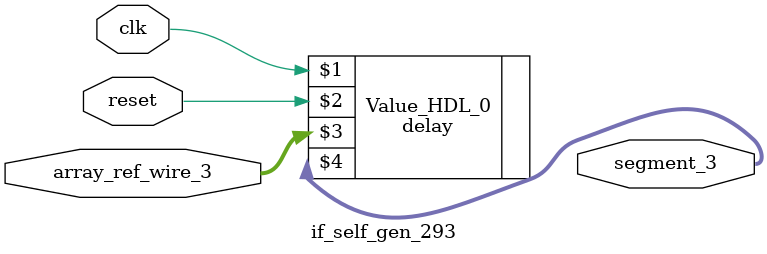
<source format=v>
module if_self_gen_293( input clk, input reset, input [31:0]array_ref_wire_3, output [31:0]segment_3); 
	wire [31:0]segment_3;
	//Proceed with segment_3 = array_ref_wire_3
	delay Value_HDL_0 ( clk, reset, array_ref_wire_3, segment_3);
endmodule
</source>
